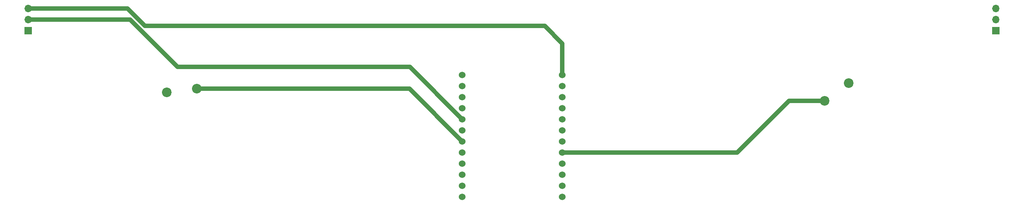
<source format=gbr>
%TF.GenerationSoftware,KiCad,Pcbnew,(5.1.6)-1*%
%TF.CreationDate,2020-12-26T21:50:01+02:00*%
%TF.ProjectId,cubetimer,63756265-7469-46d6-9572-2e6b69636164,rev?*%
%TF.SameCoordinates,Original*%
%TF.FileFunction,Copper,L1,Top*%
%TF.FilePolarity,Positive*%
%FSLAX46Y46*%
G04 Gerber Fmt 4.6, Leading zero omitted, Abs format (unit mm)*
G04 Created by KiCad (PCBNEW (5.1.6)-1) date 2020-12-26 21:50:01*
%MOMM*%
%LPD*%
G01*
G04 APERTURE LIST*
%TA.AperFunction,ComponentPad*%
%ADD10C,1.524000*%
%TD*%
%TA.AperFunction,ComponentPad*%
%ADD11C,2.200000*%
%TD*%
%TA.AperFunction,ComponentPad*%
%ADD12R,1.700000X1.700000*%
%TD*%
%TA.AperFunction,ComponentPad*%
%ADD13O,1.700000X1.700000*%
%TD*%
%TA.AperFunction,Conductor*%
%ADD14C,1.000000*%
%TD*%
G04 APERTURE END LIST*
D10*
%TO.P,U1,13*%
%TO.N,GND*%
X160230000Y-107050000D03*
%TO.P,U1,14*%
X160230000Y-104510000D03*
%TO.P,U1,15*%
%TO.N,Net-(U1-Pad15)*%
X160230000Y-101970000D03*
%TO.P,U1,16*%
%TO.N,Net-(U1-Pad16)*%
X160230000Y-99430000D03*
%TO.P,U1,17*%
%TO.N,Net-(SW2-Pad2)*%
X160230000Y-96890000D03*
%TO.P,U1,18*%
%TO.N,Net-(U1-Pad18)*%
X160230000Y-94350000D03*
%TO.P,U1,19*%
%TO.N,Net-(U1-Pad19)*%
X160230000Y-91810000D03*
%TO.P,U1,20*%
%TO.N,Net-(U1-Pad20)*%
X160230000Y-89270000D03*
%TO.P,U1,21*%
%TO.N,Net-(U1-Pad21)*%
X160230000Y-86730000D03*
%TO.P,U1,22*%
%TO.N,GND*%
X160230000Y-84190000D03*
%TO.P,U1,23*%
X160230000Y-81650000D03*
%TO.P,U1,24*%
%TO.N,+3V3*%
X160230000Y-79110000D03*
%TO.P,U1,12*%
X137370000Y-107050000D03*
%TO.P,U1,11*%
%TO.N,Net-(U1-Pad11)*%
X137370000Y-104510000D03*
%TO.P,U1,10*%
%TO.N,Net-(U1-Pad10)*%
X137370000Y-101970000D03*
%TO.P,U1,9*%
%TO.N,Net-(U1-Pad9)*%
X137370000Y-99430000D03*
%TO.P,U1,8*%
%TO.N,Net-(U1-Pad8)*%
X137370000Y-96890000D03*
%TO.P,U1,7*%
%TO.N,Net-(SW1-Pad1)*%
X137370000Y-94350000D03*
%TO.P,U1,6*%
%TO.N,Net-(U1-Pad6)*%
X137370000Y-91810000D03*
%TO.P,U1,5*%
%TO.N,Din*%
X137370000Y-89270000D03*
%TO.P,U1,4*%
%TO.N,Net-(U1-Pad4)*%
X137370000Y-86730000D03*
%TO.P,U1,3*%
%TO.N,Net-(U1-Pad3)*%
X137370000Y-84190000D03*
%TO.P,U1,2*%
%TO.N,GND*%
X137370000Y-81650000D03*
%TO.P,U1,1*%
%TO.N,Net-(U1-Pad1)*%
X137370000Y-79110000D03*
%TD*%
D11*
%TO.P,SW1,2*%
%TO.N,GND*%
X69908971Y-83109951D03*
%TO.P,SW1,1*%
%TO.N,Net-(SW1-Pad1)*%
X76700000Y-82300000D03*
%TD*%
%TO.P,SW2,1*%
%TO.N,GND*%
X225670000Y-81000000D03*
%TO.P,SW2,2*%
%TO.N,Net-(SW2-Pad2)*%
X220193771Y-85096953D03*
%TD*%
D12*
%TO.P,J1,1*%
%TO.N,GND*%
X38200000Y-69000000D03*
D13*
%TO.P,J1,2*%
%TO.N,Din*%
X38200000Y-66460000D03*
%TO.P,J1,3*%
%TO.N,+3V3*%
X38200000Y-63920000D03*
%TD*%
%TO.P,J2,3*%
%TO.N,Net-(J2-Pad3)*%
X259300000Y-63920000D03*
%TO.P,J2,2*%
%TO.N,Net-(J2-Pad2)*%
X259300000Y-66460000D03*
D12*
%TO.P,J2,1*%
%TO.N,Net-(J2-Pad1)*%
X259300000Y-69000000D03*
%TD*%
D14*
%TO.N,Net-(SW1-Pad1)*%
X125320000Y-82300000D02*
X137370000Y-94350000D01*
X76700000Y-82300000D02*
X125320000Y-82300000D01*
%TO.N,Net-(SW2-Pad2)*%
X160230000Y-96890000D02*
X200210000Y-96890000D01*
X212003047Y-85096953D02*
X220193771Y-85096953D01*
X200210000Y-96890000D02*
X212003047Y-85096953D01*
%TO.N,+3V3*%
X60920000Y-63920000D02*
X38200000Y-63920000D01*
X64900000Y-67900000D02*
X60920000Y-63920000D01*
X156200000Y-67900000D02*
X64900000Y-67900000D01*
X160230000Y-79110000D02*
X160230000Y-71930000D01*
X160230000Y-71930000D02*
X156200000Y-67900000D01*
%TO.N,Din*%
X61460000Y-66460000D02*
X38200000Y-66460000D01*
X72300000Y-77300000D02*
X61460000Y-66460000D01*
X137370000Y-89270000D02*
X125400000Y-77300000D01*
X125400000Y-77300000D02*
X72300000Y-77300000D01*
%TD*%
M02*

</source>
